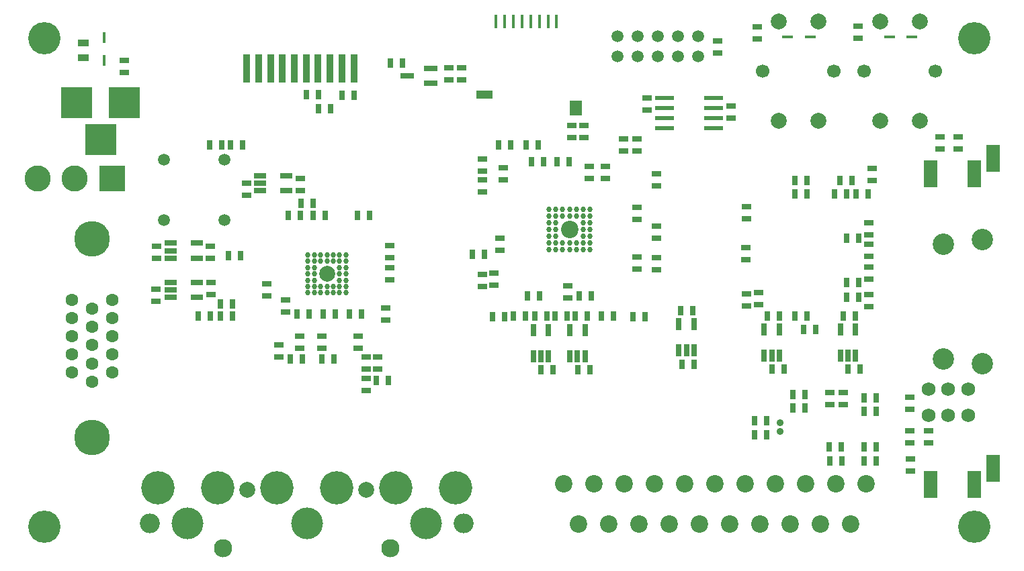
<source format=gbs>
G04 #@! TF.FileFunction,Soldermask,Bot*
%FSLAX46Y46*%
G04 Gerber Fmt 4.6, Leading zero omitted, Abs format (unit mm)*
G04 Created by KiCad (PCBNEW 4.0.5+dfsg1-4) date Mon Jul  3 23:58:12 2017*
%MOMM*%
%LPD*%
G01*
G04 APERTURE LIST*
%ADD10C,0.150000*%
%ADD11C,1.506220*%
%ADD12C,4.064000*%
%ADD13C,1.500000*%
%ADD14R,1.560000X0.650000*%
%ADD15R,0.650000X1.560000*%
%ADD16R,1.500000X1.900000*%
%ADD17R,2.000000X1.000000*%
%ADD18R,0.400000X1.750000*%
%ADD19R,0.450000X1.400000*%
%ADD20C,1.600000*%
%ADD21C,4.500000*%
%ADD22R,1.800860X0.800100*%
%ADD23C,2.200000*%
%ADD24C,2.000000*%
%ADD25C,1.700000*%
%ADD26R,2.350000X0.600000*%
%ADD27C,2.300000*%
%ADD28C,4.200000*%
%ADD29C,4.000000*%
%ADD30O,2.500000X2.500000*%
%ADD31R,4.000000X4.000000*%
%ADD32R,1.397000X0.889000*%
%ADD33R,1.143000X0.635000*%
%ADD34R,0.635000X1.143000*%
%ADD35R,1.700000X3.500000*%
%ADD36R,3.300000X3.300000*%
%ADD37C,3.300000*%
%ADD38R,0.900000X3.600000*%
%ADD39R,1.400000X0.450000*%
%ADD40C,0.690000*%
%ADD41C,2.700000*%
%ADD42C,1.750000*%
%ADD43C,0.900000*%
G04 APERTURE END LIST*
D10*
D11*
X93480000Y-20320000D03*
X93480000Y-22860000D03*
X90940000Y-20320000D03*
X90940000Y-22860000D03*
X88400000Y-20320000D03*
X88400000Y-22860000D03*
X85860000Y-20320000D03*
X85860000Y-22860000D03*
X83320000Y-20320000D03*
X83320000Y-22860000D03*
D12*
X11130000Y-20600000D03*
X11130000Y-82200000D03*
X128300000Y-82200000D03*
X128300000Y-20600000D03*
D13*
X33804500Y-43509300D03*
X33804500Y-35889300D03*
X26184500Y-35889300D03*
X26184500Y-43509300D03*
D14*
X27052000Y-48320100D03*
X27052000Y-47370100D03*
X27052000Y-46420100D03*
X30352000Y-46420100D03*
X30352000Y-48320100D03*
X38336000Y-39812000D03*
X38336000Y-38862000D03*
X38336000Y-37912000D03*
X41636000Y-37912000D03*
X41636000Y-39812000D03*
D15*
X103743800Y-60603400D03*
X102793800Y-60603400D03*
X101843800Y-60603400D03*
X101843800Y-57303400D03*
X103743800Y-57303400D03*
X113340000Y-60603400D03*
X112390000Y-60603400D03*
X111440000Y-60603400D03*
X111440000Y-57303400D03*
X113340000Y-57303400D03*
D14*
X27052000Y-53274000D03*
X27052000Y-52324000D03*
X27052000Y-51374000D03*
X30352000Y-51374000D03*
X30352000Y-53274000D03*
D15*
X74650000Y-60674600D03*
X73700000Y-60674600D03*
X72750000Y-60674600D03*
X72750000Y-57374600D03*
X74650000Y-57374600D03*
X79256000Y-60652600D03*
X78306000Y-60652600D03*
X77356000Y-60652600D03*
X77356000Y-57352600D03*
X79256000Y-57352600D03*
X92984000Y-59928000D03*
X92034000Y-59928000D03*
X91084000Y-59928000D03*
X91084000Y-56628000D03*
X92984000Y-56628000D03*
D16*
X78088000Y-29405000D03*
D17*
X66588000Y-27655000D03*
D18*
X75688000Y-18430000D03*
X74588000Y-18430000D03*
X73488000Y-18430000D03*
X72388000Y-18430000D03*
X71288000Y-18430000D03*
X70188000Y-18430000D03*
X69088000Y-18430000D03*
X67988000Y-18430000D03*
D19*
X18654000Y-23315000D03*
X18654000Y-20515000D03*
D20*
X17155500Y-59295400D03*
X17155500Y-57005400D03*
X17155500Y-54715400D03*
X19695500Y-62735400D03*
X19695500Y-60445400D03*
X19695500Y-58155400D03*
X19695500Y-55865400D03*
X19695500Y-53575400D03*
X17155500Y-63875400D03*
X17155500Y-61585400D03*
X14615500Y-62735400D03*
X14615500Y-60445400D03*
X14615500Y-58155400D03*
X14615500Y-55865400D03*
X14615500Y-53575400D03*
D21*
X17155500Y-70915400D03*
X17155500Y-45915400D03*
D22*
X59817140Y-24367000D03*
X59817140Y-26267000D03*
X56814860Y-25317000D03*
D23*
X112754600Y-81821200D03*
X110849600Y-76741200D03*
X108944600Y-81821200D03*
X107039600Y-76741200D03*
X105134600Y-81821200D03*
X103229600Y-76741200D03*
X101324600Y-81821200D03*
X99419600Y-76741200D03*
X97514600Y-81821200D03*
X95609600Y-76741200D03*
X93704600Y-81821200D03*
X91799600Y-76741200D03*
X78464600Y-81821200D03*
X87989600Y-76741200D03*
X89894600Y-81821200D03*
X84179600Y-76741200D03*
X86084600Y-81821200D03*
X80369600Y-76741200D03*
X82274600Y-81821200D03*
X76559600Y-76741200D03*
X114659600Y-76741200D03*
D24*
X103631000Y-18450000D03*
X108631000Y-18450000D03*
X103631000Y-30950000D03*
X108631000Y-30950000D03*
D25*
X110631000Y-24700000D03*
X101631000Y-24700000D03*
D24*
X116418000Y-18450000D03*
X121418000Y-18450000D03*
X116418000Y-30950000D03*
X121418000Y-30950000D03*
D25*
X123418000Y-24700000D03*
X114418000Y-24700000D03*
D26*
X95490300Y-28104200D03*
X95490300Y-29374200D03*
X95490300Y-30644200D03*
X95490300Y-31914200D03*
X89290300Y-31914200D03*
X89290300Y-30644200D03*
X89290300Y-29374200D03*
X89290300Y-28104200D03*
D24*
X51696000Y-77576200D03*
X36696000Y-77576200D03*
D27*
X33662620Y-84920720D03*
X54729380Y-84920720D03*
D28*
X55446000Y-77276200D03*
X62946000Y-77276200D03*
X25446000Y-77276200D03*
X32946000Y-77276200D03*
D29*
X29196000Y-81776200D03*
X44196000Y-81776200D03*
X59196000Y-81776200D03*
D30*
X63996000Y-81776200D03*
X24396000Y-81776200D03*
D28*
X47946000Y-77276200D03*
X40446000Y-77276200D03*
D31*
X21202140Y-28649000D03*
X15202660Y-28649000D03*
X18202400Y-33348000D03*
D32*
X16071000Y-23058500D03*
X16071000Y-21153500D03*
D33*
X40688600Y-60743200D03*
X40688600Y-59219200D03*
X46060000Y-59700000D03*
X46060000Y-58176000D03*
D34*
X30480000Y-55626000D03*
X32004000Y-55626000D03*
D33*
X81788000Y-38252400D03*
X81788000Y-36728400D03*
X79806800Y-36728400D03*
X79806800Y-38252400D03*
X77089000Y-51790600D03*
X77089000Y-53314600D03*
X87043600Y-29628200D03*
X87043600Y-28104200D03*
X96000000Y-22462000D03*
X96000000Y-20938000D03*
X77567000Y-33111000D03*
X77567000Y-31587000D03*
X79116000Y-33111000D03*
X79116000Y-31587000D03*
X97686200Y-30618800D03*
X97686200Y-29094800D03*
D34*
X113438000Y-40200000D03*
X114962000Y-40200000D03*
D33*
X21184000Y-24841000D03*
X21184000Y-23317000D03*
X41564900Y-53593100D03*
X41564900Y-55117100D03*
D34*
X112230000Y-53221000D03*
X113754000Y-53221000D03*
X112227000Y-51407000D03*
X113751000Y-51407000D03*
X112235000Y-45811000D03*
X113759000Y-45811000D03*
X34572000Y-34046000D03*
X36096000Y-34046000D03*
D33*
X113629000Y-19004000D03*
X113629000Y-20528000D03*
X100988000Y-19157000D03*
X100988000Y-20681000D03*
D34*
X34300500Y-48017800D03*
X35824500Y-48017800D03*
D33*
X63749000Y-24315000D03*
X63749000Y-25839000D03*
X53142000Y-62271000D03*
X53142000Y-60747000D03*
D34*
X54483000Y-63764000D03*
X52959000Y-63764000D03*
D33*
X62133000Y-24323000D03*
X62133000Y-25847000D03*
D34*
X56232000Y-23694000D03*
X54708000Y-23694000D03*
D33*
X115410000Y-38482000D03*
X115410000Y-36958000D03*
D34*
X42111000Y-60997200D03*
X43635000Y-60997200D03*
X46073400Y-60997200D03*
X47597400Y-60997200D03*
X42926000Y-55372000D03*
X44450000Y-55372000D03*
X49530000Y-55372000D03*
X51054000Y-55372000D03*
X46228000Y-55372000D03*
X47752000Y-55372000D03*
D33*
X54102000Y-56134000D03*
X54102000Y-54610000D03*
D34*
X33274000Y-55626000D03*
X34798000Y-55626000D03*
X33274000Y-54102000D03*
X34798000Y-54102000D03*
D33*
X39116000Y-51562000D03*
X39116000Y-53086000D03*
X54610000Y-51054000D03*
X54610000Y-49530000D03*
X54610000Y-48260000D03*
X54610000Y-46736000D03*
D34*
X33490000Y-34046000D03*
X31966000Y-34046000D03*
X52070000Y-42926000D03*
X50546000Y-42926000D03*
X43434000Y-41402000D03*
X44958000Y-41402000D03*
X46482000Y-42926000D03*
X44958000Y-42926000D03*
X45659000Y-29444000D03*
X47183000Y-29444000D03*
X50137400Y-27761300D03*
X48613400Y-27761300D03*
D33*
X25296200Y-46824000D03*
X25296200Y-48348000D03*
X36593000Y-40401000D03*
X36593000Y-38877000D03*
X32065300Y-48309900D03*
X32065300Y-46785900D03*
X43365000Y-39807000D03*
X43365000Y-38283000D03*
X25187000Y-53777000D03*
X25187000Y-52253000D03*
X84115000Y-34773000D03*
X84115000Y-33249000D03*
D34*
X77262000Y-36100000D03*
X75738000Y-36100000D03*
X71838000Y-34061000D03*
X73362000Y-34061000D03*
X69863000Y-34064000D03*
X68339000Y-34064000D03*
D33*
X85786000Y-34768000D03*
X85786000Y-33244000D03*
D34*
X74062000Y-36100000D03*
X72538000Y-36100000D03*
D33*
X66300000Y-35838000D03*
X66300000Y-37362000D03*
X88300000Y-39162000D03*
X88300000Y-37638000D03*
X66300000Y-39962000D03*
X66300000Y-38438000D03*
X68524000Y-45796000D03*
X68524000Y-47320000D03*
X88300000Y-45762000D03*
X88300000Y-44238000D03*
D34*
X44117600Y-27710500D03*
X45641600Y-27710500D03*
D33*
X85800000Y-49662000D03*
X85800000Y-48138000D03*
X88300000Y-49762000D03*
X88300000Y-48238000D03*
X66300000Y-51862000D03*
X66300000Y-50338000D03*
D34*
X85338000Y-55700000D03*
X86862000Y-55700000D03*
X78538000Y-53100000D03*
X80062000Y-53100000D03*
X72038000Y-53100000D03*
X73562000Y-53100000D03*
X69162000Y-55700000D03*
X67638000Y-55700000D03*
X82850000Y-55621000D03*
X81326000Y-55621000D03*
X75457000Y-55625000D03*
X76981000Y-55625000D03*
X70238000Y-55630000D03*
X71762000Y-55630000D03*
X107262000Y-55600000D03*
X105738000Y-55600000D03*
X108362000Y-57300000D03*
X106838000Y-57300000D03*
D33*
X115000000Y-52938000D03*
X115000000Y-54462000D03*
X99600000Y-52838000D03*
X99600000Y-54362000D03*
X115000000Y-50962000D03*
X115000000Y-49438000D03*
X115000000Y-48062000D03*
X115000000Y-46538000D03*
X99500000Y-48462000D03*
X99500000Y-46938000D03*
X115000000Y-45362000D03*
X115000000Y-43838000D03*
X99600000Y-41838000D03*
X99600000Y-43362000D03*
D34*
X105738000Y-38500000D03*
X107262000Y-38500000D03*
X107262000Y-40200000D03*
X105738000Y-40200000D03*
X110738000Y-40200000D03*
X112262000Y-40200000D03*
X112862000Y-38500000D03*
X111338000Y-38500000D03*
X104323000Y-62316000D03*
X102799000Y-62316000D03*
X113929000Y-62311000D03*
X112405000Y-62311000D03*
X103762000Y-55600000D03*
X102238000Y-55600000D03*
X113320600Y-55600600D03*
X111796600Y-55600600D03*
X79859000Y-62395600D03*
X78335000Y-62395600D03*
X92964000Y-61696600D03*
X91440000Y-61696600D03*
X75230000Y-62390600D03*
X73706000Y-62390600D03*
D33*
X32105600Y-52908200D03*
X32105600Y-51384200D03*
D34*
X74447400Y-55630000D03*
X72923400Y-55630000D03*
X79522000Y-55625000D03*
X77998000Y-55625000D03*
X92862400Y-54914800D03*
X91338400Y-54914800D03*
D33*
X68935600Y-36931600D03*
X68935600Y-38455600D03*
X85800000Y-43462000D03*
X85800000Y-41938000D03*
X43312000Y-58167000D03*
X43312000Y-59691000D03*
X50703000Y-58177800D03*
X50703000Y-59701800D03*
X51656000Y-60747000D03*
X51656000Y-62271000D03*
X51664000Y-63482000D03*
X51664000Y-65006000D03*
X67807000Y-51694000D03*
X67807000Y-50170000D03*
D34*
X66553000Y-47859000D03*
X65029000Y-47859000D03*
X43429000Y-42896000D03*
X41905000Y-42896000D03*
D33*
X101150000Y-52642000D03*
X101150000Y-54166000D03*
D35*
X122806000Y-76830000D03*
X128306000Y-76830000D03*
X130706000Y-74830000D03*
D36*
X19666000Y-38298000D03*
D37*
X14966000Y-38298000D03*
X10266000Y-38298000D03*
D38*
X50126200Y-24406600D03*
X48626200Y-24406600D03*
X41126200Y-24406600D03*
X42626200Y-24406600D03*
X44126200Y-24406600D03*
X45626200Y-24406600D03*
X39626200Y-24406600D03*
X38126200Y-24406600D03*
X36626200Y-24406600D03*
X47126200Y-24406600D03*
D34*
X102182000Y-70580000D03*
X100658000Y-70580000D03*
X102172000Y-68840000D03*
X100648000Y-68840000D03*
D33*
X110070000Y-66752000D03*
X110070000Y-65228000D03*
X111820000Y-66752000D03*
X111820000Y-65228000D03*
D34*
X106982000Y-65510000D03*
X105458000Y-65510000D03*
X115932000Y-67630000D03*
X114408000Y-67630000D03*
X106982000Y-67240000D03*
X105458000Y-67240000D03*
X115932000Y-65910000D03*
X114408000Y-65910000D03*
X114418000Y-73860000D03*
X115942000Y-73860000D03*
X111592000Y-73880000D03*
X110068000Y-73880000D03*
X114408000Y-72120000D03*
X115932000Y-72120000D03*
X111582000Y-72120000D03*
X110058000Y-72120000D03*
D39*
X117640000Y-20422000D03*
X120440000Y-20422000D03*
X104808000Y-20368000D03*
X107608000Y-20368000D03*
D35*
X122798000Y-37676000D03*
X128298000Y-37676000D03*
X130698000Y-35676000D03*
D40*
X79850000Y-42150000D03*
X79850000Y-43000000D03*
X79850000Y-43850000D03*
X79850000Y-44700000D03*
X79850000Y-45550000D03*
X79850000Y-46400000D03*
X79850000Y-47250000D03*
X79000000Y-42150000D03*
X79000000Y-43000000D03*
X79000000Y-43850000D03*
X79000000Y-44700000D03*
X79000000Y-45550000D03*
X79000000Y-46400000D03*
X79000000Y-47250000D03*
X78150000Y-42150000D03*
X78150000Y-43000000D03*
X78150000Y-46400000D03*
X78150000Y-47250000D03*
X77300000Y-42150000D03*
X77300000Y-43000000D03*
X77300000Y-46400000D03*
X77300000Y-47250000D03*
X76450000Y-42150000D03*
X76450000Y-43000000D03*
X76450000Y-46400000D03*
X76450000Y-47250000D03*
X75600000Y-42150000D03*
X75600000Y-43000000D03*
X75600000Y-43850000D03*
X75600000Y-44700000D03*
X75600000Y-45550000D03*
X75600000Y-46400000D03*
X75600000Y-47250000D03*
X74750000Y-42150000D03*
X74750000Y-43000000D03*
X74750000Y-43850000D03*
X74750000Y-44700000D03*
X74750000Y-45550000D03*
X74750000Y-46400000D03*
X74750000Y-47250000D03*
D23*
X77300000Y-44700000D03*
D40*
X44336000Y-52692000D03*
X44336000Y-51892000D03*
X44336000Y-51092000D03*
X44336000Y-50292000D03*
X44336000Y-49492000D03*
X44336000Y-48692000D03*
X44336000Y-47892000D03*
X45136000Y-52692000D03*
X45136000Y-51892000D03*
X45136000Y-51092000D03*
X45136000Y-50292000D03*
X45136000Y-49492000D03*
X45136000Y-48692000D03*
X45136000Y-47892000D03*
X45936000Y-52692000D03*
X45936000Y-51892000D03*
X45936000Y-48692000D03*
X45936000Y-47892000D03*
X46736000Y-52692000D03*
X46736000Y-51892000D03*
X46736000Y-48692000D03*
X46736000Y-47892000D03*
X47536000Y-52692000D03*
X47536000Y-51892000D03*
X47536000Y-48692000D03*
X47536000Y-47892000D03*
X48336000Y-52692000D03*
X48336000Y-51892000D03*
X48336000Y-51092000D03*
X48336000Y-50292000D03*
X48336000Y-49492000D03*
X48336000Y-48692000D03*
X48336000Y-47892000D03*
X49136000Y-52692000D03*
X49136000Y-51892000D03*
X49136000Y-51092000D03*
X49136000Y-50292000D03*
X49136000Y-49492000D03*
X49136000Y-48692000D03*
X49136000Y-47892000D03*
D24*
X46736000Y-50292000D03*
D41*
X124400000Y-46550000D03*
X124400000Y-61050000D03*
X129350000Y-61650000D03*
X129350000Y-45950000D03*
D42*
X127540000Y-64870000D03*
X125040000Y-64870000D03*
X122540000Y-64870000D03*
X127540000Y-68170000D03*
X125040000Y-68170000D03*
X122540000Y-68170000D03*
D33*
X126250000Y-33038000D03*
X126250000Y-34562000D03*
X123970000Y-33028000D03*
X123970000Y-34552000D03*
X122580000Y-70108000D03*
X122580000Y-71632000D03*
X120210000Y-71632000D03*
X120210000Y-70108000D03*
X120240000Y-75172000D03*
X120240000Y-73648000D03*
X120200000Y-67362000D03*
X120200000Y-65838000D03*
D43*
X103861000Y-70197000D03*
X103861000Y-69097000D03*
M02*

</source>
